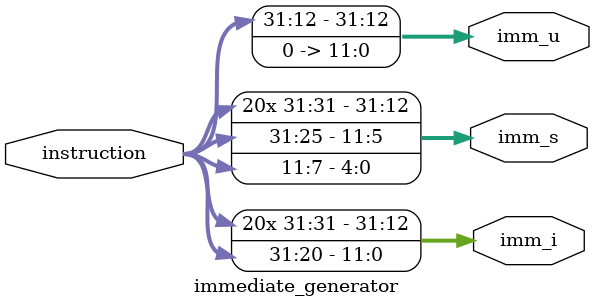
<source format=sv>
module immediate_generator (
  input  logic [31:0] instruction,
  output logic [31:0] imm_i,
  output logic [31:0] imm_s,
  output logic [31:0] imm_u
);
  // I-type imm[11:0] sign-extended
  assign imm_i = {{20{instruction[31]}}, instruction[31:20]};

  // S-type imm[11:5|4:0] sign-extended
  assign imm_s = {{20{instruction[31]}}, instruction[31:25], instruction[11:7]};

  // U-type imm[31:12] << 12
  assign imm_u = {instruction[31],instruction[30:12], 12'b0};
endmodule

</source>
